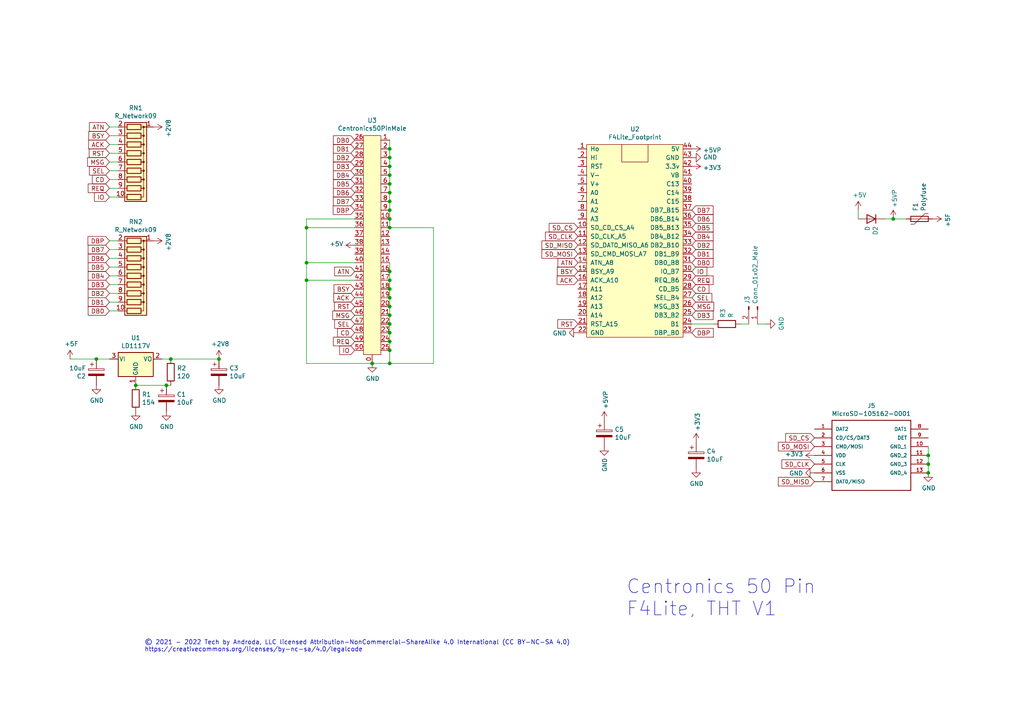
<source format=kicad_sch>
(kicad_sch (version 20211123) (generator eeschema)
  (paper "A4")
  (lib_symbols
    (symbol "Connector:Conn_01x02_Male" (pin_names (offset 1.016) hide)
      (property "Reference" "J" (at 0 2.54 0))
      (property "Value" "Conn_01x02_Male" (at 0 -5.08 0))
      (symbol "Conn_01x02_Male_1_1"
        (polyline (pts (xy 1.27 -2.54) (xy 0.8636 -2.54)) (stroke (width 0.1524)))
        (polyline (pts (xy 1.27 0) (xy 0.8636 0)) (stroke (width 0.1524)))
        (rectangle (start 0.8636 -2.413) (end 0 -2.667) (stroke (width 0.1524)) (fill (type outline)))
        (rectangle (start 0.8636 0.127) (end 0 -0.127) (stroke (width 0.1524)) (fill (type outline)))
        (pin passive line (at 5.08 0 180) (length 3.81) (name "Pin_1") (number "1"))
        (pin passive line (at 5.08 -2.54 180) (length 3.81) (name "Pin_2") (number "2"))
      )
    )
    (symbol "Device:CP" (pin_numbers hide) (pin_names (offset 0.254))
      (property "Reference" "C" (at 0.635 2.54 0))
      (property "Value" "Device_CP" (at 0.635 -2.54 0))
      (symbol "CP_0_1"
        (rectangle (start -2.286 0.508) (end 2.286 1.016))
        (polyline (pts (xy -1.778 2.286) (xy -0.762 2.286)))
        (polyline (pts (xy -1.27 2.794) (xy -1.27 1.778)))
        (rectangle (start 2.286 -0.508) (end -2.286 -1.016) (fill (type outline)))
      )
      (symbol "CP_1_1"
        (pin passive line (at 0 3.81 270) (length 2.794) (name "~") (number "1"))
        (pin passive line (at 0 -3.81 90) (length 2.794) (name "~") (number "2"))
      )
    )
    (symbol "Device:D" (pin_numbers hide) (pin_names (offset 1.016) hide)
      (property "Reference" "D" (at 0 2.54 0))
      (property "Value" "D" (at 0 -2.54 0))
      (symbol "D_0_1"
        (polyline (pts (xy -1.27 1.27) (xy -1.27 -1.27)) (stroke (width 0.254)))
        (polyline (pts (xy 1.27 0) (xy -1.27 0)))
        (polyline (pts (xy 1.27 1.27) (xy 1.27 -1.27) (xy -1.27 0) (xy 1.27 1.27)) (stroke (width 0.254)))
      )
      (symbol "D_1_1"
        (pin passive line (at -3.81 0 0) (length 2.54) (name "K") (number "1"))
        (pin passive line (at 3.81 0 180) (length 2.54) (name "A") (number "2"))
      )
    )
    (symbol "Device:Polyfuse" (pin_numbers hide) (pin_names (offset 0))
      (property "Reference" "F" (at -2.54 0 90))
      (property "Value" "Polyfuse" (at 2.54 0 90))
      (symbol "Polyfuse_0_1"
        (rectangle (start -0.762 2.54) (end 0.762 -2.54) (stroke (width 0.254)))
        (polyline (pts (xy 0 2.54) (xy 0 -2.54)))
        (polyline (pts (xy -1.524 2.54) (xy -1.524 1.524) (xy 1.524 -1.524) (xy 1.524 -2.54)))
      )
      (symbol "Polyfuse_1_1"
        (pin passive line (at 0 3.81 270) (length 1.27) (name "~") (number "1"))
        (pin passive line (at 0 -3.81 90) (length 1.27) (name "~") (number "2"))
      )
    )
    (symbol "Device:R" (pin_numbers hide) (pin_names (offset 0))
      (property "Reference" "R" (at 2.032 0 90))
      (property "Value" "R" (at 0 0 90))
      (symbol "R_0_1"
        (rectangle (start -1.016 -2.54) (end 1.016 2.54) (stroke (width 0.254)))
      )
      (symbol "R_1_1"
        (pin passive line (at 0 3.81 270) (length 1.27) (name "~") (number "1"))
        (pin passive line (at 0 -3.81 90) (length 1.27) (name "~") (number "2"))
      )
    )
    (symbol "Device:R_Network09" (pin_names (offset 0) hide)
      (property "Reference" "RN" (at -12.7 0 90))
      (property "Value" "R_Network09" (at 12.7 0 90))
      (symbol "R_Network09_0_1"
        (rectangle (start -11.43 -3.175) (end 11.43 3.175) (stroke (width 0.254)) (fill (type background)))
        (rectangle (start -10.922 1.524) (end -9.398 -2.54) (stroke (width 0.254)))
        (circle (center -10.16 2.286) (radius 0.254) (fill (type outline)))
        (rectangle (start -8.382 1.524) (end -6.858 -2.54) (stroke (width 0.254)))
        (circle (center -7.62 2.286) (radius 0.254) (fill (type outline)))
        (rectangle (start -5.842 1.524) (end -4.318 -2.54) (stroke (width 0.254)))
        (circle (center -5.08 2.286) (radius 0.254) (fill (type outline)))
        (rectangle (start -3.302 1.524) (end -1.778 -2.54) (stroke (width 0.254)))
        (circle (center -2.54 2.286) (radius 0.254) (fill (type outline)))
        (rectangle (start -0.762 1.524) (end 0.762 -2.54) (stroke (width 0.254)))
        (polyline (pts (xy -10.16 -2.54) (xy -10.16 -3.81)))
        (polyline (pts (xy -7.62 -2.54) (xy -7.62 -3.81)))
        (polyline (pts (xy -5.08 -2.54) (xy -5.08 -3.81)))
        (polyline (pts (xy -2.54 -2.54) (xy -2.54 -3.81)))
        (polyline (pts (xy 0 -2.54) (xy 0 -3.81)))
        (polyline (pts (xy 2.54 -2.54) (xy 2.54 -3.81)))
        (polyline (pts (xy 5.08 -2.54) (xy 5.08 -3.81)))
        (polyline (pts (xy 7.62 -2.54) (xy 7.62 -3.81)))
        (polyline (pts (xy 10.16 -2.54) (xy 10.16 -3.81)))
        (polyline (pts (xy -10.16 1.524) (xy -10.16 2.286) (xy -7.62 2.286) (xy -7.62 1.524)))
        (polyline (pts (xy -7.62 1.524) (xy -7.62 2.286) (xy -5.08 2.286) (xy -5.08 1.524)))
        (polyline (pts (xy -5.08 1.524) (xy -5.08 2.286) (xy -2.54 2.286) (xy -2.54 1.524)))
        (polyline (pts (xy -2.54 1.524) (xy -2.54 2.286) (xy 0 2.286) (xy 0 1.524)))
        (polyline (pts (xy 0 1.524) (xy 0 2.286) (xy 2.54 2.286) (xy 2.54 1.524)))
        (polyline (pts (xy 2.54 1.524) (xy 2.54 2.286) (xy 5.08 2.286) (xy 5.08 1.524)))
        (polyline (pts (xy 5.08 1.524) (xy 5.08 2.286) (xy 7.62 2.286) (xy 7.62 1.524)))
        (polyline (pts (xy 7.62 1.524) (xy 7.62 2.286) (xy 10.16 2.286) (xy 10.16 1.524)))
        (circle (center 0 2.286) (radius 0.254) (fill (type outline)))
        (rectangle (start 1.778 1.524) (end 3.302 -2.54) (stroke (width 0.254)))
        (circle (center 2.54 2.286) (radius 0.254) (fill (type outline)))
        (rectangle (start 4.318 1.524) (end 5.842 -2.54) (stroke (width 0.254)))
        (circle (center 5.08 2.286) (radius 0.254) (fill (type outline)))
        (rectangle (start 6.858 1.524) (end 8.382 -2.54) (stroke (width 0.254)))
        (circle (center 7.62 2.286) (radius 0.254) (fill (type outline)))
        (rectangle (start 9.398 1.524) (end 10.922 -2.54) (stroke (width 0.254)))
      )
      (symbol "R_Network09_1_1"
        (pin passive line (at -10.16 5.08 270) (length 2.54) (name "common") (number "1"))
        (pin passive line (at 10.16 -5.08 90) (length 1.27) (name "R9") (number "10"))
        (pin passive line (at -10.16 -5.08 90) (length 1.27) (name "R1") (number "2"))
        (pin passive line (at -7.62 -5.08 90) (length 1.27) (name "R2") (number "3"))
        (pin passive line (at -5.08 -5.08 90) (length 1.27) (name "R3") (number "4"))
        (pin passive line (at -2.54 -5.08 90) (length 1.27) (name "R4") (number "5"))
        (pin passive line (at 0 -5.08 90) (length 1.27) (name "R5") (number "6"))
        (pin passive line (at 2.54 -5.08 90) (length 1.27) (name "R6") (number "7"))
        (pin passive line (at 5.08 -5.08 90) (length 1.27) (name "R7") (number "8"))
        (pin passive line (at 7.62 -5.08 90) (length 1.27) (name "R8") (number "9"))
      )
    )
    (symbol "Regulator_Linear:LD1117VCD-2.85" (pin_names (offset 0.254))
      (property "Reference" "U" (at -3.81 3.175 0))
      (property "Value" "LD1117VCD-2.85" (at 0 3.175 0))
      (symbol "LD1117VCD-2.85_0_1"
        (rectangle (start -5.08 -5.08) (end 5.08 1.905) (stroke (width 0.254)) (fill (type background)))
      )
      (symbol "LD1117VCD-2.85_1_1"
        (pin power_in line (at 0 -7.62 90) (length 2.54) (name "GND") (number "1"))
        (pin power_out line (at 7.62 0 180) (length 2.54) (name "VO") (number "2"))
        (pin power_in line (at -7.62 0 0) (length 2.54) (name "VI") (number "3"))
      )
    )
    (symbol "custom_symbols:+5V_TPWR" (power) (pin_names (offset 0))
      (property "Value" "custom_symbols_+5V_TPWR" (at 0 3.556 0))
      (symbol "+5V_TPWR_0_1"
        (polyline (pts (xy -0.762 1.27) (xy 0 2.54)))
        (polyline (pts (xy 0 0) (xy 0 2.54)))
        (polyline (pts (xy 0 2.54) (xy 0.762 1.27)))
      )
      (symbol "+5V_TPWR_1_1"
        (pin power_in line (at 0 0 90) (length 0) hide (name "+5V") (number "1"))
      )
    )
    (symbol "custom_symbols:Centronics50PinMale" (pin_names (offset 1.016))
      (property "Reference" "U" (at 0 0 0))
      (property "Value" "custom_symbols_Centronics50PinMale" (at 0 2.54 0))
      (symbol "Centronics50PinMale_0_1"
        (rectangle (start -2.54 -2.54) (end 2.54 -66.04) (fill (type background)))
      )
      (symbol "Centronics50PinMale_1_1"
        (pin input line (at 0 -68.58 90) (length 2.54) (name "~") (number "0"))
        (pin input line (at 5.08 -3.81 180) (length 2.54) (name "~") (number "1"))
        (pin input line (at 5.08 -26.67 180) (length 2.54) (name "~") (number "10"))
        (pin input line (at 5.08 -29.21 180) (length 2.54) (name "~") (number "11"))
        (pin input line (at 5.08 -31.75 180) (length 2.54) (name "~") (number "12"))
        (pin input line (at 5.08 -34.29 180) (length 2.54) (name "~") (number "13"))
        (pin input line (at 5.08 -36.83 180) (length 2.54) (name "~") (number "14"))
        (pin input line (at 5.08 -39.37 180) (length 2.54) (name "~") (number "15"))
        (pin input line (at 5.08 -41.91 180) (length 2.54) (name "~") (number "16"))
        (pin input line (at 5.08 -44.45 180) (length 2.54) (name "~") (number "17"))
        (pin input line (at 5.08 -46.99 180) (length 2.54) (name "~") (number "18"))
        (pin input line (at 5.08 -49.53 180) (length 2.54) (name "~") (number "19"))
        (pin input line (at 5.08 -6.35 180) (length 2.54) (name "~") (number "2"))
        (pin input line (at 5.08 -52.07 180) (length 2.54) (name "~") (number "20"))
        (pin input line (at 5.08 -54.61 180) (length 2.54) (name "~") (number "21"))
        (pin input line (at 5.08 -57.15 180) (length 2.54) (name "~") (number "22"))
        (pin input line (at 5.08 -59.69 180) (length 2.54) (name "~") (number "23"))
        (pin input line (at 5.08 -62.23 180) (length 2.54) (name "~") (number "24"))
        (pin input line (at 5.08 -64.77 180) (length 2.54) (name "~") (number "25"))
        (pin input line (at -5.08 -3.81 0) (length 2.54) (name "~") (number "26"))
        (pin input line (at -5.08 -6.35 0) (length 2.54) (name "~") (number "27"))
        (pin input line (at -5.08 -8.89 0) (length 2.54) (name "~") (number "28"))
        (pin input line (at -5.08 -11.43 0) (length 2.54) (name "~") (number "29"))
        (pin input line (at 5.08 -8.89 180) (length 2.54) (name "~") (number "3"))
        (pin input line (at -5.08 -13.97 0) (length 2.54) (name "~") (number "30"))
        (pin input line (at -5.08 -16.51 0) (length 2.54) (name "~") (number "31"))
        (pin input line (at -5.08 -19.05 0) (length 2.54) (name "~") (number "32"))
        (pin input line (at -5.08 -21.59 0) (length 2.54) (name "~") (number "33"))
        (pin input line (at -5.08 -24.13 0) (length 2.54) (name "~") (number "34"))
        (pin input line (at -5.08 -26.67 0) (length 2.54) (name "~") (number "35"))
        (pin input line (at -5.08 -29.21 0) (length 2.54) (name "~") (number "36"))
        (pin input line (at -5.08 -31.75 0) (length 2.54) (name "~") (number "37"))
        (pin input line (at -5.08 -34.29 0) (length 2.54) (name "~") (number "38"))
        (pin input line (at -5.08 -36.83 0) (length 2.54) (name "~") (number "39"))
        (pin input line (at 5.08 -11.43 180) (length 2.54) (name "~") (number "4"))
        (pin input line (at -5.08 -39.37 0) (length 2.54) (name "~") (number "40"))
        (pin input line (at -5.08 -41.91 0) (length 2.54) (name "~") (number "41"))
        (pin input line (at -5.08 -44.45 0) (length 2.54) (name "~") (number "42"))
        (pin input line (at -5.08 -46.99 0) (length 2.54) (name "~") (number "43"))
        (pin input line (at -5.08 -49.53 0) (length 2.54) (name "~") (number "44"))
        (pin input line (at -5.08 -52.07 0) (length 2.54) (name "~") (number "45"))
        (pin input line (at -5.08 -54.61 0) (length 2.54) (name "~") (number "46"))
        (pin input line (at -5.08 -57.15 0) (length 2.54) (name "~") (number "47"))
        (pin input line (at -5.08 -59.69 0) (length 2.54) (name "~") (number "48"))
        (pin input line (at -5.08 -62.23 0) (length 2.54) (name "~") (number "49"))
        (pin input line (at 5.08 -13.97 180) (length 2.54) (name "~") (number "5"))
        (pin input line (at -5.08 -64.77 0) (length 2.54) (name "~") (number "50"))
        (pin input line (at 5.08 -16.51 180) (length 2.54) (name "~") (number "6"))
        (pin input line (at 5.08 -19.05 180) (length 2.54) (name "~") (number "7"))
        (pin input line (at 5.08 -21.59 180) (length 2.54) (name "~") (number "8"))
        (pin input line (at 5.08 -24.13 180) (length 2.54) (name "~") (number "9"))
      )
    )
    (symbol "custom_symbols:F4Lite_Footprint" (pin_names (offset 1.016))
      (property "Reference" "U" (at 0 0 0))
      (property "Value" "custom_symbols_F4Lite_Footprint" (at 0 2.54 0))
      (symbol "F4Lite_Footprint_0_1"
        (rectangle (start -13.97 -3.81) (end 13.97 -59.69) (fill (type background)))
        (polyline (pts (xy -3.81 -3.81) (xy -3.81 -8.89) (xy 3.81 -8.89) (xy 3.81 -3.81)))
      )
      (symbol "F4Lite_Footprint_1_1"
        (pin input line (at -16.51 -5.08 0) (length 2.54) (name "Ho") (number "1"))
        (pin input line (at -16.51 -27.94 0) (length 2.54) (name "SD_CD_CS_A4") (number "10"))
        (pin input line (at -16.51 -30.48 0) (length 2.54) (name "SD_CLK_A5") (number "11"))
        (pin input line (at -16.51 -33.02 0) (length 2.54) (name "SD_DAT0_MISO_A6") (number "12"))
        (pin input line (at -16.51 -35.56 0) (length 2.54) (name "SD_CMD_MOSI_A7") (number "13"))
        (pin input line (at -16.51 -38.1 0) (length 2.54) (name "ATN_A8") (number "14"))
        (pin input line (at -16.51 -40.64 0) (length 2.54) (name "BSY_A9") (number "15"))
        (pin input line (at -16.51 -43.18 0) (length 2.54) (name "ACK_A10") (number "16"))
        (pin input line (at -16.51 -45.72 0) (length 2.54) (name "A11") (number "17"))
        (pin input line (at -16.51 -48.26 0) (length 2.54) (name "A12") (number "18"))
        (pin input line (at -16.51 -50.8 0) (length 2.54) (name "A13") (number "19"))
        (pin input line (at -16.51 -7.62 0) (length 2.54) (name "Hi") (number "2"))
        (pin input line (at -16.51 -53.34 0) (length 2.54) (name "A14") (number "20"))
        (pin input line (at -16.51 -55.88 0) (length 2.54) (name "RST_A15") (number "21"))
        (pin input line (at -16.51 -58.42 0) (length 2.54) (name "GND") (number "22"))
        (pin input line (at 16.51 -58.42 180) (length 2.54) (name "DBP_B0") (number "23"))
        (pin input line (at 16.51 -55.88 180) (length 2.54) (name "B1") (number "24"))
        (pin input line (at 16.51 -53.34 180) (length 2.54) (name "DB3_B2") (number "25"))
        (pin input line (at 16.51 -50.8 180) (length 2.54) (name "MSG_B3") (number "26"))
        (pin input line (at 16.51 -48.26 180) (length 2.54) (name "SEL_B4") (number "27"))
        (pin input line (at 16.51 -45.72 180) (length 2.54) (name "CD_B5") (number "28"))
        (pin input line (at 16.51 -43.18 180) (length 2.54) (name "REQ_B6") (number "29"))
        (pin input line (at -16.51 -10.16 0) (length 2.54) (name "RST") (number "3"))
        (pin input line (at 16.51 -40.64 180) (length 2.54) (name "IO_B7") (number "30"))
        (pin input line (at 16.51 -38.1 180) (length 2.54) (name "DB0_B8") (number "31"))
        (pin input line (at 16.51 -35.56 180) (length 2.54) (name "DB1_B9") (number "32"))
        (pin input line (at 16.51 -33.02 180) (length 2.54) (name "DB2_B10") (number "33"))
        (pin input line (at 16.51 -30.48 180) (length 2.54) (name "DB4_B12") (number "34"))
        (pin input line (at 16.51 -27.94 180) (length 2.54) (name "DB5_B13") (number "35"))
        (pin input line (at 16.51 -25.4 180) (length 2.54) (name "DB6_B14") (number "36"))
        (pin input line (at 16.51 -22.86 180) (length 2.54) (name "DB7_B15") (number "37"))
        (pin input line (at 16.51 -20.32 180) (length 2.54) (name "C15") (number "38"))
        (pin input line (at 16.51 -17.78 180) (length 2.54) (name "C14") (number "39"))
        (pin input line (at -16.51 -12.7 0) (length 2.54) (name "V-") (number "4"))
        (pin input line (at 16.51 -15.24 180) (length 2.54) (name "C13") (number "40"))
        (pin input line (at 16.51 -12.7 180) (length 2.54) (name "VB") (number "41"))
        (pin input line (at 16.51 -10.16 180) (length 2.54) (name "3.3v") (number "42"))
        (pin input line (at 16.51 -7.62 180) (length 2.54) (name "GND") (number "43"))
        (pin input line (at 16.51 -5.08 180) (length 2.54) (name "5V") (number "44"))
        (pin input line (at -16.51 -15.24 0) (length 2.54) (name "V+") (number "5"))
        (pin input line (at -16.51 -17.78 0) (length 2.54) (name "A0") (number "6"))
        (pin input line (at -16.51 -20.32 0) (length 2.54) (name "A1") (number "7"))
        (pin input line (at -16.51 -22.86 0) (length 2.54) (name "A2") (number "8"))
        (pin input line (at -16.51 -25.4 0) (length 2.54) (name "A3") (number "9"))
      )
    )
    (symbol "custom_symbols:MicroSD-105162-0001" (pin_names (offset 1.016))
      (property "Reference" "J" (at 29.21 7.62 0))
      (property "Value" "custom_symbols_MicroSD-105162-0001" (at 29.21 5.08 0))
      (symbol "MicroSD-105162-0001_0_0"
        (polyline (pts (xy 5.08 2.54) (xy 5.08 -17.78)) (stroke (width 0.254)))
        (polyline (pts (xy 5.08 2.54) (xy 27.94 2.54)) (stroke (width 0.254)))
        (polyline (pts (xy 27.94 -17.78) (xy 5.08 -17.78)) (stroke (width 0.254)))
        (polyline (pts (xy 27.94 -17.78) (xy 27.94 2.54)) (stroke (width 0.254)))
        (pin bidirectional line (at 0 0 0) (length 5.08) (name "DAT2") (number "1"))
        (pin bidirectional line (at 33.02 -5.08 180) (length 5.08) (name "GND_1") (number "10"))
        (pin bidirectional line (at 33.02 -7.62 180) (length 5.08) (name "GND_2") (number "11"))
        (pin bidirectional line (at 33.02 -10.16 180) (length 5.08) (name "GND_3") (number "12"))
        (pin bidirectional line (at 33.02 -12.7 180) (length 5.08) (name "GND_4") (number "13"))
        (pin bidirectional line (at 0 -2.54 0) (length 5.08) (name "CD/CS/DAT3") (number "2"))
        (pin bidirectional line (at 0 -5.08 0) (length 5.08) (name "CMD/MOSI") (number "3"))
        (pin bidirectional line (at 0 -7.62 0) (length 5.08) (name "VDD") (number "4"))
        (pin bidirectional line (at 0 -10.16 0) (length 5.08) (name "CLK") (number "5"))
        (pin bidirectional line (at 0 -12.7 0) (length 5.08) (name "VSS") (number "6"))
        (pin bidirectional line (at 0 -15.24 0) (length 5.08) (name "DAT0/MISO") (number "7"))
        (pin bidirectional line (at 33.02 0 180) (length 5.08) (name "DAT1") (number "8"))
        (pin bidirectional line (at 33.02 -2.54 180) (length 5.08) (name "DET") (number "9"))
      )
    )
    (symbol "power:+2V8" (power) (pin_names (offset 0))
      (property "Value" "+2V8" (at 0 3.556 0))
      (symbol "+2V8_0_1"
        (polyline (pts (xy -0.762 1.27) (xy 0 2.54)))
        (polyline (pts (xy 0 0) (xy 0 2.54)))
        (polyline (pts (xy 0 2.54) (xy 0.762 1.27)))
      )
      (symbol "+2V8_1_1"
        (pin power_in line (at 0 0 90) (length 0) hide (name "+2V8") (number "1"))
      )
    )
    (symbol "power:+3V3" (power) (pin_names (offset 0))
      (property "Value" "+3V3" (at 0 3.556 0))
      (symbol "+3V3_0_1"
        (polyline (pts (xy -0.762 1.27) (xy 0 2.54)))
        (polyline (pts (xy 0 0) (xy 0 2.54)))
        (polyline (pts (xy 0 2.54) (xy 0.762 1.27)))
      )
      (symbol "+3V3_1_1"
        (pin power_in line (at 0 0 90) (length 0) hide (name "+3V3") (number "1"))
      )
    )
    (symbol "power:+5F" (power) (pin_names (offset 0))
      (property "Value" "+5F" (at 0 3.556 0))
      (symbol "+5F_0_1"
        (polyline (pts (xy -0.762 1.27) (xy 0 2.54)))
        (polyline (pts (xy 0 0) (xy 0 2.54)))
        (polyline (pts (xy 0 2.54) (xy 0.762 1.27)))
      )
      (symbol "+5F_1_1"
        (pin power_in line (at 0 0 90) (length 0) hide (name "+5F") (number "1"))
      )
    )
    (symbol "power:+5VP" (power) (pin_names (offset 0))
      (property "Value" "+5VP" (at 0 3.556 0))
      (symbol "+5VP_0_1"
        (polyline (pts (xy -0.762 1.27) (xy 0 2.54)))
        (polyline (pts (xy 0 0) (xy 0 2.54)))
        (polyline (pts (xy 0 2.54) (xy 0.762 1.27)))
      )
      (symbol "+5VP_1_1"
        (pin power_in line (at 0 0 90) (length 0) hide (name "+5VP") (number "1"))
      )
    )
    (symbol "power:GND" (power) (pin_names (offset 0))
      (property "Value" "GND" (at 0 -3.81 0))
      (symbol "GND_0_1"
        (polyline (pts (xy 0 0) (xy 0 -1.27) (xy 1.27 -1.27) (xy 0 -2.54) (xy -1.27 -1.27) (xy 0 -1.27)))
      )
      (symbol "GND_1_1"
        (pin power_in line (at 0 0 270) (length 0) hide (name "GND") (number "1"))
      )
    )
  )
  (junction (at 107.95 105.41))
  (junction (at 113.03 58.42))
  (junction (at 113.03 81.28))
  (junction (at 269.24 134.62))
  (junction (at 269.24 132.08))
  (junction (at 113.03 83.82))
  (junction (at 113.03 48.26))
  (junction (at 63.5 104.14))
  (junction (at 113.03 96.52))
  (junction (at 113.03 66.04))
  (junction (at 113.03 88.9))
  (junction (at 39.37 111.76))
  (junction (at 113.03 91.44))
  (junction (at 27.94 104.14))
  (junction (at 113.03 78.74))
  (junction (at 259.08 63.5))
  (junction (at 113.03 105.41))
  (junction (at 113.03 55.88))
  (junction (at 113.03 63.5))
  (junction (at 113.03 99.06))
  (junction (at 113.03 60.96))
  (junction (at 88.9 66.04))
  (junction (at 269.24 137.16))
  (junction (at 48.26 111.76))
  (junction (at 113.03 93.98))
  (junction (at 113.03 86.36))
  (junction (at 88.9 76.2))
  (junction (at 113.03 45.72))
  (junction (at 113.03 53.34))
  (junction (at 88.9 81.28))
  (junction (at 113.03 43.18))
  (junction (at 49.53 104.14))
  (junction (at 113.03 101.6))
  (junction (at 113.03 50.8))
  (wire (pts (xy 113.03 83.82) (xy 113.03 86.36)))
  (wire (pts (xy 31.75 87.63) (xy 34.29 87.63)))
  (wire (pts (xy 31.75 82.55) (xy 34.29 82.55)))
  (wire (pts (xy 88.9 66.04) (xy 88.9 76.2)))
  (wire (pts (xy 269.24 134.62) (xy 269.24 137.16)))
  (wire (pts (xy 125.73 66.04) (xy 125.73 105.41)))
  (wire (pts (xy 34.29 54.61) (xy 31.75 54.61)))
  (wire (pts (xy 113.03 101.6) (xy 113.03 105.41)))
  (wire (pts (xy 34.29 46.99) (xy 31.75 46.99)))
  (wire (pts (xy 31.75 90.17) (xy 34.29 90.17)))
  (wire (pts (xy 31.75 72.39) (xy 34.29 72.39)))
  (wire (pts (xy 113.03 99.06) (xy 113.03 101.6)))
  (wire (pts (xy 113.03 48.26) (xy 113.03 50.8)))
  (wire (pts (xy 113.03 91.44) (xy 113.03 93.98)))
  (wire (pts (xy 31.75 80.01) (xy 34.29 80.01)))
  (wire (pts (xy 113.03 96.52) (xy 113.03 99.06)))
  (wire (pts (xy 31.75 69.85) (xy 34.29 69.85)))
  (wire (pts (xy 102.87 66.04) (xy 88.9 66.04)))
  (wire (pts (xy 219.71 93.98) (xy 222.25 93.98)))
  (wire (pts (xy 113.03 105.41) (xy 107.95 105.41)))
  (wire (pts (xy 102.87 81.28) (xy 88.9 81.28)))
  (wire (pts (xy 113.03 58.42) (xy 113.03 60.96)))
  (wire (pts (xy 31.75 74.93) (xy 34.29 74.93)))
  (wire (pts (xy 113.03 63.5) (xy 113.03 66.04)))
  (wire (pts (xy 200.66 93.98) (xy 207.01 93.98)))
  (wire (pts (xy 46.99 104.14) (xy 49.53 104.14)))
  (wire (pts (xy 248.92 63.5) (xy 248.92 60.96)))
  (wire (pts (xy 259.08 63.5) (xy 262.89 63.5)))
  (wire (pts (xy 34.29 36.83) (xy 31.75 36.83)))
  (wire (pts (xy 113.03 76.2) (xy 113.03 78.74)))
  (wire (pts (xy 102.87 63.5) (xy 88.9 63.5)))
  (wire (pts (xy 88.9 105.41) (xy 107.95 105.41)))
  (wire (pts (xy 34.29 57.15) (xy 31.75 57.15)))
  (wire (pts (xy 34.29 49.53) (xy 31.75 49.53)))
  (wire (pts (xy 88.9 81.28) (xy 88.9 105.41)))
  (wire (pts (xy 269.24 132.08) (xy 269.24 134.62)))
  (wire (pts (xy 34.29 41.91) (xy 31.75 41.91)))
  (wire (pts (xy 102.87 76.2) (xy 88.9 76.2)))
  (wire (pts (xy 34.29 44.45) (xy 31.75 44.45)))
  (wire (pts (xy 88.9 76.2) (xy 88.9 81.28)))
  (wire (pts (xy 259.08 63.5) (xy 256.54 63.5)))
  (wire (pts (xy 31.75 85.09) (xy 34.29 85.09)))
  (wire (pts (xy 49.53 104.14) (xy 63.5 104.14)))
  (wire (pts (xy 88.9 63.5) (xy 88.9 66.04)))
  (wire (pts (xy 217.17 93.98) (xy 214.63 93.98)))
  (wire (pts (xy 113.03 66.04) (xy 125.73 66.04)))
  (wire (pts (xy 113.03 86.36) (xy 113.03 88.9)))
  (wire (pts (xy 269.24 129.54) (xy 269.24 132.08)))
  (wire (pts (xy 113.03 40.64) (xy 113.03 43.18)))
  (wire (pts (xy 27.94 104.14) (xy 20.32 104.14)))
  (wire (pts (xy 48.26 111.76) (xy 39.37 111.76)))
  (wire (pts (xy 113.03 60.96) (xy 113.03 63.5)))
  (wire (pts (xy 113.03 81.28) (xy 113.03 83.82)))
  (wire (pts (xy 113.03 50.8) (xy 113.03 53.34)))
  (wire (pts (xy 34.29 39.37) (xy 31.75 39.37)))
  (wire (pts (xy 34.29 52.07) (xy 31.75 52.07)))
  (wire (pts (xy 113.03 88.9) (xy 113.03 91.44)))
  (wire (pts (xy 113.03 55.88) (xy 113.03 58.42)))
  (wire (pts (xy 113.03 45.72) (xy 113.03 48.26)))
  (wire (pts (xy 113.03 78.74) (xy 113.03 81.28)))
  (wire (pts (xy 31.75 104.14) (xy 27.94 104.14)))
  (wire (pts (xy 125.73 105.41) (xy 113.03 105.41)))
  (wire (pts (xy 49.53 111.76) (xy 48.26 111.76)))
  (wire (pts (xy 113.03 93.98) (xy 113.03 96.52)))
  (wire (pts (xy 113.03 43.18) (xy 113.03 45.72)))
  (wire (pts (xy 113.03 53.34) (xy 113.03 55.88)))
  (wire (pts (xy 31.75 77.47) (xy 34.29 77.47)))
  (text "Centronics 50 Pin\nF4Lite, THT V1" (at 181.61 179.07 0) (effects (font (size 4 4)) (justify left bottom)))
  (text "© 2021 - 2022 Tech by Androda, LLC licensed Attribution-NonCommercial-ShareAlike 4.0 International (CC BY-NC-SA 4.0)\nhttps://creativecommons.org/licenses/by-nc-sa/4.0/legalcode" (at 41.91 189.23 0) (effects (font (size 1.27 1.27)) (justify left bottom)))
  (global_label "SD_CLK" (shape input) (at 236.22 134.62 180) (property "Intersheet References" "${INTERSHEET_REFS}" (effects hide)))
  (global_label "DBP" (shape input) (at 102.87 60.96 180) (property "Intersheet References" "${INTERSHEET_REFS}" (effects hide)))
  (global_label "IO" (shape input) (at 200.66 78.74 0) (property "Intersheet References" "${INTERSHEET_REFS}" (effects hide)))
  (global_label "SD_MOSI" (shape input) (at 236.22 129.54 180) (property "Intersheet References" "${INTERSHEET_REFS}" (effects hide)))
  (global_label "DB6" (shape input) (at 200.66 63.5 0) (property "Intersheet References" "${INTERSHEET_REFS}" (effects hide)))
  (global_label "DB1" (shape input) (at 200.66 73.66 0) (property "Intersheet References" "${INTERSHEET_REFS}" (effects hide)))
  (global_label "DB2" (shape input) (at 200.66 71.12 0) (property "Intersheet References" "${INTERSHEET_REFS}" (effects hide)))
  (global_label "SEL" (shape input) (at 31.75 49.53 180) (property "Intersheet References" "${INTERSHEET_REFS}" (effects hide)))
  (global_label "CD" (shape input) (at 102.87 96.52 180) (property "Intersheet References" "${INTERSHEET_REFS}" (effects hide)))
  (global_label "DB7" (shape input) (at 102.87 58.42 180) (property "Intersheet References" "${INTERSHEET_REFS}" (effects hide)))
  (global_label "DB2" (shape input) (at 31.75 85.09 180) (property "Intersheet References" "${INTERSHEET_REFS}" (effects hide)))
  (global_label "MSG" (shape input) (at 102.87 91.44 180) (property "Intersheet References" "${INTERSHEET_REFS}" (effects hide)))
  (global_label "REQ" (shape input) (at 102.87 99.06 180) (property "Intersheet References" "${INTERSHEET_REFS}" (effects hide)))
  (global_label "RST" (shape input) (at 31.75 44.45 180) (property "Intersheet References" "${INTERSHEET_REFS}" (effects hide)))
  (global_label "DB4" (shape input) (at 31.75 80.01 180) (property "Intersheet References" "${INTERSHEET_REFS}" (effects hide)))
  (global_label "DB6" (shape input) (at 102.87 55.88 180) (property "Intersheet References" "${INTERSHEET_REFS}" (effects hide)))
  (global_label "DB7" (shape input) (at 200.66 60.96 0) (property "Intersheet References" "${INTERSHEET_REFS}" (effects hide)))
  (global_label "SD_MOSI" (shape input) (at 167.64 73.66 180) (property "Intersheet References" "${INTERSHEET_REFS}" (effects hide)))
  (global_label "SD_CLK" (shape input) (at 167.64 68.58 180) (property "Intersheet References" "${INTERSHEET_REFS}" (effects hide)))
  (global_label "DBP" (shape input) (at 200.66 96.52 0) (property "Intersheet References" "${INTERSHEET_REFS}" (effects hide)))
  (global_label "RST" (shape input) (at 102.87 88.9 180) (property "Intersheet References" "${INTERSHEET_REFS}" (effects hide)))
  (global_label "DBP" (shape input) (at 31.75 69.85 180) (property "Intersheet References" "${INTERSHEET_REFS}" (effects hide)))
  (global_label "ATN" (shape input) (at 31.75 36.83 180) (property "Intersheet References" "${INTERSHEET_REFS}" (effects hide)))
  (global_label "REQ" (shape input) (at 200.66 81.28 0) (property "Intersheet References" "${INTERSHEET_REFS}" (effects hide)))
  (global_label "DB0" (shape input) (at 31.75 90.17 180) (property "Intersheet References" "${INTERSHEET_REFS}" (effects hide)))
  (global_label "MSG" (shape input) (at 200.66 88.9 0) (property "Intersheet References" "${INTERSHEET_REFS}" (effects hide)))
  (global_label "RST" (shape input) (at 167.64 93.98 180) (property "Intersheet References" "${INTERSHEET_REFS}" (effects hide)))
  (global_label "SD_CS" (shape input) (at 236.22 127 180) (property "Intersheet References" "${INTERSHEET_REFS}" (effects hide)))
  (global_label "SD_MISO" (shape input) (at 167.64 71.12 180) (property "Intersheet References" "${INTERSHEET_REFS}" (effects hide)))
  (global_label "DB3" (shape input) (at 102.87 48.26 180) (property "Intersheet References" "${INTERSHEET_REFS}" (effects hide)))
  (global_label "IO" (shape input) (at 102.87 101.6 180) (property "Intersheet References" "${INTERSHEET_REFS}" (effects hide)))
  (global_label "DB6" (shape input) (at 31.75 74.93 180) (property "Intersheet References" "${INTERSHEET_REFS}" (effects hide)))
  (global_label "SEL" (shape input) (at 102.87 93.98 180) (property "Intersheet References" "${INTERSHEET_REFS}" (effects hide)))
  (global_label "DB0" (shape input) (at 102.87 40.64 180) (property "Intersheet References" "${INTERSHEET_REFS}" (effects hide)))
  (global_label "MSG" (shape input) (at 31.75 46.99 180) (property "Intersheet References" "${INTERSHEET_REFS}" (effects hide)))
  (global_label "ATN" (shape input) (at 102.87 78.74 180) (property "Intersheet References" "${INTERSHEET_REFS}" (effects hide)))
  (global_label "BSY" (shape input) (at 167.64 78.74 180) (property "Intersheet References" "${INTERSHEET_REFS}" (effects hide)))
  (global_label "IO" (shape input) (at 31.75 57.15 180) (property "Intersheet References" "${INTERSHEET_REFS}" (effects hide)))
  (global_label "SD_MISO" (shape input) (at 236.22 139.7 180) (property "Intersheet References" "${INTERSHEET_REFS}" (effects hide)))
  (global_label "DB5" (shape input) (at 102.87 53.34 180) (property "Intersheet References" "${INTERSHEET_REFS}" (effects hide)))
  (global_label "DB0" (shape input) (at 200.66 76.2 0) (property "Intersheet References" "${INTERSHEET_REFS}" (effects hide)))
  (global_label "CD" (shape input) (at 200.66 83.82 0) (property "Intersheet References" "${INTERSHEET_REFS}" (effects hide)))
  (global_label "ACK" (shape input) (at 31.75 41.91 180) (property "Intersheet References" "${INTERSHEET_REFS}" (effects hide)))
  (global_label "BSY" (shape input) (at 31.75 39.37 180) (property "Intersheet References" "${INTERSHEET_REFS}" (effects hide)))
  (global_label "DB7" (shape input) (at 31.75 72.39 180) (property "Intersheet References" "${INTERSHEET_REFS}" (effects hide)))
  (global_label "ATN" (shape input) (at 167.64 76.2 180) (property "Intersheet References" "${INTERSHEET_REFS}" (effects hide)))
  (global_label "DB3" (shape input) (at 31.75 82.55 180) (property "Intersheet References" "${INTERSHEET_REFS}" (effects hide)))
  (global_label "DB2" (shape input) (at 102.87 45.72 180) (property "Intersheet References" "${INTERSHEET_REFS}" (effects hide)))
  (global_label "DB1" (shape input) (at 31.75 87.63 180) (property "Intersheet References" "${INTERSHEET_REFS}" (effects hide)))
  (global_label "BSY" (shape input) (at 102.87 83.82 180) (property "Intersheet References" "${INTERSHEET_REFS}" (effects hide)))
  (global_label "DB4" (shape input) (at 200.66 68.58 0) (property "Intersheet References" "${INTERSHEET_REFS}" (effects hide)))
  (global_label "REQ" (shape input) (at 31.75 54.61 180) (property "Intersheet References" "${INTERSHEET_REFS}" (effects hide)))
  (global_label "ACK" (shape input) (at 102.87 86.36 180) (property "Intersheet References" "${INTERSHEET_REFS}" (effects hide)))
  (global_label "CD" (shape input) (at 31.75 52.07 180) (property "Intersheet References" "${INTERSHEET_REFS}" (effects hide)))
  (global_label "DB5" (shape input) (at 200.66 66.04 0) (property "Intersheet References" "${INTERSHEET_REFS}" (effects hide)))
  (global_label "DB1" (shape input) (at 102.87 43.18 180) (property "Intersheet References" "${INTERSHEET_REFS}" (effects hide)))
  (global_label "SD_CS" (shape input) (at 167.64 66.04 180) (property "Intersheet References" "${INTERSHEET_REFS}" (effects hide)))
  (global_label "DB5" (shape input) (at 31.75 77.47 180) (property "Intersheet References" "${INTERSHEET_REFS}" (effects hide)))
  (global_label "SEL" (shape input) (at 200.66 86.36 0) (property "Intersheet References" "${INTERSHEET_REFS}" (effects hide)))
  (global_label "DB4" (shape input) (at 102.87 50.8 180) (property "Intersheet References" "${INTERSHEET_REFS}" (effects hide)))
  (global_label "DB3" (shape input) (at 200.66 91.44 0) (property "Intersheet References" "${INTERSHEET_REFS}" (effects hide)))
  (global_label "ACK" (shape input) (at 167.64 81.28 180) (property "Intersheet References" "${INTERSHEET_REFS}" (effects hide)))
  (symbol (lib_id "Regulator_Linear:LD1117VCD-2.85") (at 39.37 104.14 0) (unit 1)
    (property "Reference" "U1" (at 39.37 97.9932 0))
    (property "Value" "LD1117V" (at 39.37 100.3046 0))
    (property "Footprint" "Package_TO_SOT_THT:TO-220-3_Horizontal_TabDown" (effects hide))
    (property "Datasheet" "http://www.advanced-monolithic.com/pdf/ds1117.pdf" (effects hide))
  )
  (symbol (lib_id "power:GND") (at 39.37 119.38 0) (unit 1)
    (property "Reference" "#PWR06" (effects hide))
    (property "Value" "GND" (at 39.497 123.7742 0))
  )
  (symbol (lib_id "power:+2V8") (at 63.5 104.14 0) (unit 1)
    (property "Reference" "#PWR08" (effects hide))
    (property "Value" "+2V8" (at 63.881 99.7458 0))
  )
  (symbol (lib_id "Device:CP") (at 63.5 107.95 0) (unit 1)
    (property "Reference" "C3" (at 66.4972 106.7816 0) (effects (justify left)))
    (property "Value" "10uF" (at 66.4972 109.093 0) (effects (justify left)))
    (property "Footprint" "Capacitor_SMD:C_1210_3225Metric_Pad1.42x2.65mm_HandSolder" (effects hide))
  )
  (symbol (lib_id "Device:CP") (at 27.94 107.95 0) (unit 1)
    (property "Reference" "C2" (at 24.9428 109.1184 0) (effects (justify right)))
    (property "Value" "10uF" (at 24.9428 106.807 0) (effects (justify right)))
    (property "Footprint" "Capacitor_SMD:C_1210_3225Metric_Pad1.42x2.65mm_HandSolder" (effects hide))
  )
  (symbol (lib_id "power:GND") (at 27.94 111.76 0) (unit 1)
    (property "Reference" "#PWR03" (effects hide))
    (property "Value" "GND" (at 28.067 116.1542 0))
  )
  (symbol (lib_id "power:GND") (at 63.5 111.76 0) (unit 1)
    (property "Reference" "#PWR07" (effects hide))
    (property "Value" "GND" (at 63.627 116.1542 0))
  )
  (symbol (lib_id "custom_symbols:+5V_TPWR") (at 248.92 60.96 0) (unit 1)
    (property "Reference" "#PWR0103" (effects hide))
    (property "Value" "+5V_TPWR" (at 249.301 56.5658 0))
  )
  (symbol (lib_id "custom_symbols:MicroSD-105162-0001") (at 236.22 124.46 0) (unit 1)
    (property "Reference" "J5" (at 252.73 117.6782 0))
    (property "Value" "MicroSD-105162-0001" (at 252.73 119.9896 0))
    (property "Footprint" "CustomFootprints:microsd_molex_1051620001" (effects hide))
    (property "MANUFACTURER_PART_NUMBER" "105162-0001" (effects hide))
    (property "HEIGHT" "mm" (effects hide))
    (property "MOUSER_PART_NUMBER" "538-105162-0001" (effects hide))
    (property "DESCRIPTION" "Memory Card Connectors 1.45H MICRO SD HEADER WITH D/C PIN" (effects hide))
    (property "MANUFACTURER_NAME" "Molex" (effects hide))
    (property "MOUSER_PRICE-STOCK" "https://www.mouser.co.uk/ProductDetail/Molex/105162-0001?qs=1fNsfHe5VsK8daqlgKxZfQ%3D%3D" (effects hide))
  )
  (symbol (lib_id "power:GND") (at 236.22 137.16 270) (unit 1)
    (property "Reference" "#PWR0109" (effects hide))
    (property "Value" "GND" (at 232.9688 137.287 90) (effects (justify right)))
  )
  (symbol (lib_id "power:GND") (at 269.24 137.16 0) (unit 1)
    (property "Reference" "#PWR0104" (effects hide))
    (property "Value" "GND" (at 269.367 141.5542 0))
  )
  (symbol (lib_id "power:+3V3") (at 236.22 132.08 90) (unit 1)
    (property "Reference" "#PWR0106" (effects hide))
    (property "Value" "+3V3" (at 232.9688 131.699 90) (effects (justify left)))
  )
  (symbol (lib_id "Device:Polyfuse") (at 266.7 63.5 90) (unit 1)
    (property "Reference" "F1" (at 265.5316 61.2648 0) (effects (justify left)))
    (property "Value" "Polyfuse" (at 267.843 61.2648 0) (effects (justify left)))
    (property "Footprint" "CustomFootprints:Fuse_BelFuse_0ZRE0005FF_L8.3mm_W3.8mm" (effects hide))
  )
  (symbol (lib_id "power:+5F") (at 20.32 104.14 0) (unit 1)
    (property "Reference" "#PWR0113" (effects hide))
    (property "Value" "+5F" (at 20.701 99.7458 0))
  )
  (symbol (lib_id "power:+5F") (at 270.51 63.5 270) (unit 1)
    (property "Reference" "#PWR0118" (effects hide))
    (property "Value" "+5F" (at 274.9042 63.881 0))
  )
  (symbol (lib_id "power:+5VP") (at 259.08 63.5 0) (unit 1)
    (property "Reference" "#PWR0119" (effects hide))
    (property "Value" "+5VP" (at 259.461 60.2488 90) (effects (justify left)))
  )
  (symbol (lib_id "Device:R") (at 49.53 107.95 0) (unit 1)
    (property "Reference" "R2" (at 51.308 106.7816 0) (effects (justify left)))
    (property "Value" "120" (at 51.308 109.093 0) (effects (justify left)))
    (property "Footprint" "Resistor_THT:R_Axial_DIN0204_L3.6mm_D1.6mm_P5.08mm_Vertical" (effects hide))
  )
  (symbol (lib_id "Device:R") (at 39.37 115.57 0) (unit 1)
    (property "Reference" "R1" (at 41.148 114.4016 0) (effects (justify left)))
    (property "Value" "154" (at 41.148 116.713 0) (effects (justify left)))
    (property "Footprint" "Resistor_THT:R_Axial_DIN0207_L6.3mm_D2.5mm_P10.16mm_Horizontal" (effects hide))
  )
  (symbol (lib_id "Device:CP") (at 48.26 115.57 0) (unit 1)
    (property "Reference" "C1" (at 51.2572 114.4016 0) (effects (justify left)))
    (property "Value" "10uF" (at 51.2572 116.713 0) (effects (justify left)))
    (property "Footprint" "Capacitor_SMD:C_1210_3225Metric_Pad1.42x2.65mm_HandSolder" (effects hide))
  )
  (symbol (lib_id "power:GND") (at 48.26 119.38 0) (unit 1)
    (property "Reference" "#PWR0102" (effects hide))
    (property "Value" "GND" (at 48.387 123.7742 0))
  )
  (symbol (lib_id "Device:R_Network09") (at 39.37 46.99 270) (unit 1)
    (property "Reference" "RN1" (at 39.37 31.3182 90))
    (property "Value" "R_Network09" (at 39.37 33.6296 90))
    (property "Footprint" "Resistor_THT:R_Array_SIP10" (effects hide))
    (property "Datasheet" "http://www.vishay.com/docs/31509/csc.pdf" (effects hide))
  )
  (symbol (lib_id "Device:R_Network09") (at 39.37 80.01 270) (unit 1)
    (property "Reference" "RN2" (at 39.37 64.3382 90))
    (property "Value" "R_Network09" (at 39.37 66.6496 90))
    (property "Footprint" "Resistor_THT:R_Array_SIP10" (effects hide))
    (property "Datasheet" "http://www.vishay.com/docs/31509/csc.pdf" (effects hide))
  )
  (symbol (lib_id "power:+2V8") (at 44.45 69.85 270) (unit 1)
    (property "Reference" "#PWR0110" (effects hide))
    (property "Value" "+2V8" (at 48.8442 70.231 0))
  )
  (symbol (lib_id "power:+2V8") (at 44.45 36.83 270) (unit 1)
    (property "Reference" "#PWR0111" (effects hide))
    (property "Value" "+2V8" (at 48.8442 37.211 0))
  )
  (symbol (lib_id "Device:D") (at 252.73 63.5 180) (unit 1)
    (property "Reference" "D2" (at 253.8984 65.532 90) (effects (justify left)))
    (property "Value" "D" (at 251.587 65.532 90) (effects (justify left)))
    (property "Footprint" "Diode_THT:D_A-405_P10.16mm_Horizontal" (effects hide))
  )
  (symbol (lib_id "power:+3V3") (at 201.93 128.27 0) (unit 1)
    (property "Reference" "#PWR0107" (effects hide))
    (property "Value" "+3V3" (at 202.311 125.0188 90) (effects (justify left)))
  )
  (symbol (lib_id "power:GND") (at 201.93 135.89 0) (unit 1)
    (property "Reference" "#PWR0112" (effects hide))
    (property "Value" "GND" (at 202.057 140.2842 0))
  )
  (symbol (lib_id "Device:CP") (at 201.93 132.08 0) (unit 1)
    (property "Reference" "C4" (at 204.9272 130.9116 0) (effects (justify left)))
    (property "Value" "10uF" (at 204.9272 133.223 0) (effects (justify left)))
    (property "Footprint" "Capacitor_SMD:C_1210_3225Metric_Pad1.42x2.65mm_HandSolder" (effects hide))
  )
  (symbol (lib_id "custom_symbols:F4Lite_Footprint") (at 184.15 38.1 0) (unit 1)
    (property "Reference" "U2" (at 184.15 37.465 0))
    (property "Value" "F4Lite_Footprint" (at 184.15 39.7764 0))
    (property "Footprint" "CustomFootprints:F4Lite_Footprint" (effects hide))
  )
  (symbol (lib_id "power:+5VP") (at 200.66 43.18 270) (unit 1)
    (property "Reference" "#PWR0105" (effects hide))
    (property "Value" "+5VP" (at 203.9112 43.561 90) (effects (justify left)))
  )
  (symbol (lib_id "power:GND") (at 167.64 96.52 270) (unit 1)
    (property "Reference" "#PWR0114" (effects hide))
    (property "Value" "GND" (at 164.3888 96.647 90) (effects (justify right)))
  )
  (symbol (lib_id "power:+3V3") (at 200.66 48.26 270) (unit 1)
    (property "Reference" "#PWR0115" (effects hide))
    (property "Value" "+3V3" (at 203.9112 48.641 90) (effects (justify left)))
  )
  (symbol (lib_id "power:GND") (at 200.66 45.72 90) (unit 1)
    (property "Reference" "#PWR0116" (effects hide))
    (property "Value" "GND" (at 203.9112 45.593 90) (effects (justify right)))
  )
  (symbol (lib_id "Device:R") (at 210.82 93.98 90) (unit 1)
    (property "Reference" "R3" (at 209.6516 92.202 0) (effects (justify left)))
    (property "Value" "R" (at 211.963 92.202 0) (effects (justify left)))
    (property "Footprint" "Resistor_THT:R_Axial_DIN0207_L6.3mm_D2.5mm_P7.62mm_Horizontal" (effects hide))
  )
  (symbol (lib_id "power:GND") (at 222.25 93.98 90) (unit 1)
    (property "Reference" "#PWR0117" (effects hide))
    (property "Value" "GND" (at 226.6442 93.853 0))
  )
  (symbol (lib_id "Connector:Conn_01x02_Male") (at 219.71 88.9 270) (unit 1)
    (property "Reference" "J3" (at 216.7128 88.1888 0) (effects (justify right)))
    (property "Value" "Conn_01x02_Male" (at 219.0242 88.1888 0) (effects (justify right)))
    (property "Footprint" "Connector_PinHeader_2.54mm:PinHeader_1x02_P2.54mm_Vertical" (effects hide))
  )
  (symbol (lib_id "custom_symbols:Centronics50PinMale") (at 107.95 36.83 0) (unit 1)
    (property "Reference" "U3" (at 107.95 34.925 0))
    (property "Value" "Centronics50PinMale" (at 107.95 37.2364 0))
    (property "Footprint" "CustomFootprints:Centronics50Male" (effects hide))
  )
  (symbol (lib_id "custom_symbols:+5V_TPWR") (at 102.87 71.12 90) (unit 1)
    (property "Reference" "#PWR0120" (effects hide))
    (property "Value" "+5V_TPWR" (at 99.6188 70.739 90) (effects (justify left)))
  )
  (symbol (lib_id "power:+5VP") (at 175.26 121.92 0) (unit 1)
    (property "Reference" "#PWR0101" (effects hide))
    (property "Value" "+5VP" (at 175.641 118.6688 90) (effects (justify left)))
  )
  (symbol (lib_id "power:GND") (at 175.26 129.54 0) (unit 1)
    (property "Reference" "#PWR0123" (effects hide))
    (property "Value" "GND" (at 175.387 132.7912 90) (effects (justify right)))
  )
  (symbol (lib_id "Device:CP") (at 175.26 125.73 0) (unit 1)
    (property "Reference" "C5" (at 178.2572 124.5616 0) (effects (justify left)))
    (property "Value" "10uF" (at 178.2572 126.873 0) (effects (justify left)))
    (property "Footprint" "Capacitor_SMD:C_1210_3225Metric_Pad1.42x2.65mm_HandSolder" (effects hide))
  )
  (symbol (lib_id "power:GND") (at 107.95 105.41 0) (unit 1)
    (property "Reference" "#PWR0121" (effects hide))
    (property "Value" "GND" (at 108.077 109.8042 0))
  )
)
</source>
